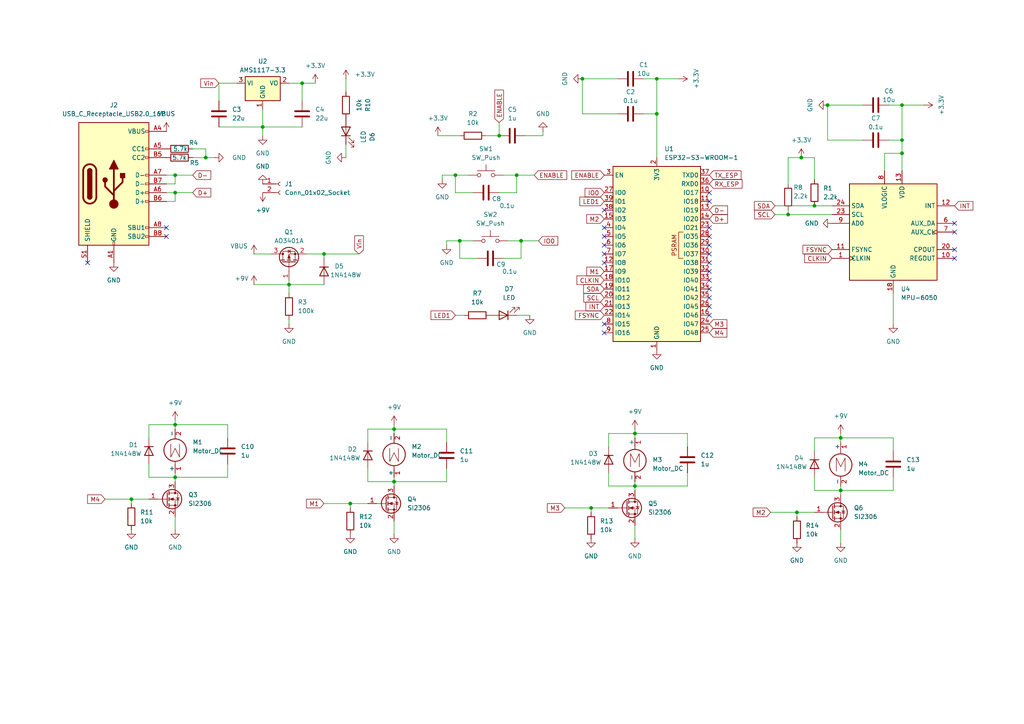
<source format=kicad_sch>
(kicad_sch (version 20231120) (generator "eeschema") (generator_version "8.0")
  (paper "A4")
  (title_block (title "\"Saucey\" Drone Flight Controller") (date "2024-07-07") (rev "1.0") (company "Al Mahir Ahmed"))
  (lib_symbols
    (symbol "Connector:Conn_01x02_Socket" (pin_names (offset 1.016) hide)
      (property "Reference" "J" (at 0 2.54 0))
      (property "Value" "Conn_01x02_Socket" (at 0 -5.08 0))
      (symbol "Conn_01x02_Socket_1_1"
        (pin passive line (at -5.08 0 0) (length 3.81) (name "Pin_1") (number "1"))
        (pin passive line (at -5.08 -2.54 0) (length 3.81) (name "Pin_2") (number "2"))
      )
    )
    (symbol "Connector:USB_C_Receptacle_USB2.0_16P" (pin_names (offset 1.016))
      (property "Reference" "J" (at 0 22.225 0))
      (property "Value" "USB_C_Receptacle_USB2.0_16P" (at 0 19.685 0))
      (symbol "USB_C_Receptacle_USB2.0_16P_1_1"
        (pin passive line (at 0 -22.86 90) (length 5.08) (name "GND") (number "A1"))
        (pin passive line (at 0 -22.86 90) (length 5.08) hide (name "GND") (number "A12"))
        (pin passive line (at 15.24 15.24 180) (length 5.08) (name "VBUS") (number "A4"))
        (pin bidirectional line (at 15.24 10.16 180) (length 5.08) (name "CC1") (number "A5"))
        (pin bidirectional line (at 15.24 -2.54 180) (length 5.08) (name "D+") (number "A6"))
        (pin bidirectional line (at 15.24 2.54 180) (length 5.08) (name "D-") (number "A7"))
        (pin bidirectional line (at 15.24 -12.7 180) (length 5.08) (name "SBU1") (number "A8"))
        (pin passive line (at 15.24 15.24 180) (length 5.08) hide (name "VBUS") (number "A9"))
        (pin passive line (at 0 -22.86 90) (length 5.08) hide (name "GND") (number "B1"))
        (pin passive line (at 0 -22.86 90) (length 5.08) hide (name "GND") (number "B12"))
        (pin passive line (at 15.24 15.24 180) (length 5.08) hide (name "VBUS") (number "B4"))
        (pin bidirectional line (at 15.24 7.62 180) (length 5.08) (name "CC2") (number "B5"))
        (pin bidirectional line (at 15.24 -5.08 180) (length 5.08) (name "D+") (number "B6"))
        (pin bidirectional line (at 15.24 0 180) (length 5.08) (name "D-") (number "B7"))
        (pin bidirectional line (at 15.24 -15.24 180) (length 5.08) (name "SBU2") (number "B8"))
        (pin passive line (at 15.24 15.24 180) (length 5.08) hide (name "VBUS") (number "B9"))
        (pin passive line (at -7.62 -22.86 90) (length 5.08) (name "SHIELD") (number "S1"))
      )
    )
    (symbol "Device:C" (pin_numbers hide) (pin_names (offset 0.254))
      (property "Reference" "C" (at 0.635 2.54 0))
      (property "Value" "C" (at 0.635 -2.54 0))
      (symbol "C_1_1"
        (pin passive line (at 0 3.81 270) (length 2.794) (name "~") (number "1"))
        (pin passive line (at 0 -3.81 90) (length 2.794) (name "~") (number "2"))
      )
    )
    (symbol "Device:LED" (pin_numbers hide) (pin_names (offset 1.016) hide)
      (property "Reference" "D" (at 0 2.54 0))
      (property "Value" "LED" (at 0 -2.54 0))
      (symbol "LED_1_1"
        (pin passive line (at -3.81 0 0) (length 2.54) (name "K") (number "1"))
        (pin passive line (at 3.81 0 180) (length 2.54) (name "A") (number "2"))
      )
    )
    (symbol "Device:R" (pin_numbers hide) (pin_names (offset 0))
      (property "Reference" "R" (at 2.032 0 90))
      (property "Value" "R" (at 0 0 90))
      (symbol "R_1_1"
        (pin passive line (at 0 3.81 270) (length 1.27) (name "~") (number "1"))
        (pin passive line (at 0 -3.81 90) (length 1.27) (name "~") (number "2"))
      )
    )
    (symbol "Diode:1N4148W" (pin_numbers hide) (pin_names hide)
      (property "Reference" "D" (at 0 2.54 0))
      (property "Value" "1N4148W" (at 0 -2.54 0))
      (symbol "1N4148W_1_1"
        (pin passive line (at -3.81 0 0) (length 2.54) (name "K") (number "1"))
        (pin passive line (at 3.81 0 180) (length 2.54) (name "A") (number "2"))
      )
    )
    (symbol "Motor:Motor_DC" (pin_names (offset 0))
      (property "Reference" "M" (at 2.54 2.54 0))
      (property "Value" "Motor_DC" (at 2.54 -5.08 0))
      (symbol "Motor_DC_1_1"
        (pin passive line (at 0 5.08 270) (length 2.54) (name "+") (number "1"))
        (pin passive line (at 0 -7.62 90) (length 2.54) (name "-") (number "2"))
      )
    )
    (symbol "RF_Module:ESP32-S3-WROOM-1"
      (property "Reference" "U" (at -12.7 26.67 0))
      (property "Value" "ESP32-S3-WROOM-1" (at 12.7 26.67 0))
      (symbol "ESP32-S3-WROOM-1_0_0"
        (text "PSRAM" (at 5.08 2.54 900) (effects (font (size 1.27 1.27))))
      )
      (symbol "ESP32-S3-WROOM-1_1_1"
        (pin power_in line (at 0 -27.94 90) (length 2.54) (name "GND") (number "1"))
        (pin bidirectional line (at 15.24 17.78 180) (length 2.54) (name "IO17") (number "10"))
        (pin bidirectional line (at 15.24 15.24 180) (length 2.54) (name "IO18") (number "11"))
        (pin bidirectional line (at -15.24 -2.54 0) (length 2.54) (name "IO8") (number "12"))
        (pin bidirectional line (at 15.24 12.7 180) (length 2.54) (name "IO19") (number "13"))
        (pin bidirectional line (at 15.24 10.16 180) (length 2.54) (name "IO20") (number "14"))
        (pin bidirectional line (at -15.24 10.16 0) (length 2.54) (name "IO3") (number "15"))
        (pin bidirectional line (at 15.24 -17.78 180) (length 2.54) (name "IO46") (number "16"))
        (pin bidirectional line (at -15.24 -5.08 0) (length 2.54) (name "IO9") (number "17"))
        (pin bidirectional line (at -15.24 -7.62 0) (length 2.54) (name "IO10") (number "18"))
        (pin bidirectional line (at -15.24 -10.16 0) (length 2.54) (name "IO11") (number "19"))
        (pin power_in line (at 0 27.94 270) (length 2.54) (name "3V3") (number "2"))
        (pin bidirectional line (at -15.24 -12.7 0) (length 2.54) (name "IO12") (number "20"))
        (pin bidirectional line (at -15.24 -15.24 0) (length 2.54) (name "IO13") (number "21"))
        (pin bidirectional line (at -15.24 -17.78 0) (length 2.54) (name "IO14") (number "22"))
        (pin bidirectional line (at 15.24 7.62 180) (length 2.54) (name "IO21") (number "23"))
        (pin bidirectional line (at 15.24 -20.32 180) (length 2.54) (name "IO47") (number "24"))
        (pin bidirectional line (at 15.24 -22.86 180) (length 2.54) (name "IO48") (number "25"))
        (pin bidirectional line (at 15.24 -15.24 180) (length 2.54) (name "IO45") (number "26"))
        (pin bidirectional line (at -15.24 17.78 0) (length 2.54) (name "IO0") (number "27"))
        (pin bidirectional line (at 15.24 5.08 180) (length 2.54) (name "IO35") (number "28"))
        (pin bidirectional line (at 15.24 2.54 180) (length 2.54) (name "IO36") (number "29"))
        (pin input line (at -15.24 22.86 0) (length 2.54) (name "EN") (number "3"))
        (pin bidirectional line (at 15.24 0 180) (length 2.54) (name "IO37") (number "30"))
        (pin bidirectional line (at 15.24 -2.54 180) (length 2.54) (name "IO38") (number "31"))
        (pin bidirectional line (at 15.24 -5.08 180) (length 2.54) (name "IO39") (number "32"))
        (pin bidirectional line (at 15.24 -7.62 180) (length 2.54) (name "IO40") (number "33"))
        (pin bidirectional line (at 15.24 -10.16 180) (length 2.54) (name "IO41") (number "34"))
        (pin bidirectional line (at 15.24 -12.7 180) (length 2.54) (name "IO42") (number "35"))
        (pin bidirectional line (at 15.24 20.32 180) (length 2.54) (name "RXD0") (number "36"))
        (pin bidirectional line (at 15.24 22.86 180) (length 2.54) (name "TXD0") (number "37"))
        (pin bidirectional line (at -15.24 12.7 0) (length 2.54) (name "IO2") (number "38"))
        (pin bidirectional line (at -15.24 15.24 0) (length 2.54) (name "IO1") (number "39"))
        (pin bidirectional line (at -15.24 7.62 0) (length 2.54) (name "IO4") (number "4"))
        (pin passive line (at 0 -27.94 90) (length 2.54) hide (name "GND") (number "40"))
        (pin passive line (at 0 -27.94 90) (length 2.54) hide (name "GND") (number "41"))
        (pin bidirectional line (at -15.24 5.08 0) (length 2.54) (name "IO5") (number "5"))
        (pin bidirectional line (at -15.24 2.54 0) (length 2.54) (name "IO6") (number "6"))
        (pin bidirectional line (at -15.24 0 0) (length 2.54) (name "IO7") (number "7"))
        (pin bidirectional line (at -15.24 -20.32 0) (length 2.54) (name "IO15") (number "8"))
        (pin bidirectional line (at -15.24 -22.86 0) (length 2.54) (name "IO16") (number "9"))
      )
    )
    (symbol "Regulator_Linear:AMS1117-3.3"
      (property "Reference" "U" (at -3.81 3.175 0))
      (property "Value" "AMS1117-3.3" (at 0 3.175 0))
      (symbol "AMS1117-3.3_1_1"
        (pin power_in line (at 0 -7.62 90) (length 2.54) (name "GND") (number "1"))
        (pin power_out line (at 7.62 0 180) (length 2.54) (name "VO") (number "2"))
        (pin power_in line (at -7.62 0 0) (length 2.54) (name "VI") (number "3"))
      )
    )
    (symbol "Sensor_Motion:MPU-6050"
      (property "Reference" "U" (at -11.43 13.97 0))
      (property "Value" "MPU-6050" (at 7.62 -15.24 0))
      (symbol "MPU-6050_0_0"
        (text "" (at 12.7 -2.54 0) (effects (font (size 1.27 1.27))))
      )
      (symbol "MPU-6050_1_1"
        (pin input clock (at -17.78 -7.62 0) (length 5.08) (name "CLKIN") (number "1"))
        (pin passive line (at 17.78 -7.62 180) (length 5.08) (name "REGOUT") (number "10"))
        (pin input line (at -17.78 -5.08 0) (length 5.08) (name "FSYNC") (number "11"))
        (pin output line (at 17.78 7.62 180) (length 5.08) (name "INT") (number "12"))
        (pin power_in line (at 2.54 17.78 270) (length 3.81) (name "VDD") (number "13"))
        (pin no_connect line (at -12.7 -10.16 0) (length 2.54) hide (name "NC") (number "14"))
        (pin no_connect line (at 12.7 12.7 180) (length 2.54) hide (name "NC") (number "15"))
        (pin no_connect line (at 12.7 10.16 180) (length 2.54) hide (name "NC") (number "16"))
        (pin no_connect line (at 12.7 5.08 180) (length 2.54) hide (name "NC") (number "17"))
        (pin power_in line (at 0 -17.78 90) (length 3.81) (name "GND") (number "18"))
        (pin no_connect line (at 12.7 -10.16 180) (length 2.54) hide (name "RESV") (number "19"))
        (pin no_connect line (at -12.7 12.7 0) (length 2.54) hide (name "NC") (number "2"))
        (pin passive line (at 17.78 -5.08 180) (length 5.08) (name "CPOUT") (number "20"))
        (pin no_connect line (at 12.7 -2.54 180) (length 2.54) hide (name "RESV") (number "21"))
        (pin no_connect line (at 12.7 -12.7 180) (length 2.54) hide (name "RESV") (number "22"))
        (pin input line (at -17.78 5.08 0) (length 5.08) (name "SCL") (number "23"))
        (pin bidirectional line (at -17.78 7.62 0) (length 5.08) (name "SDA") (number "24"))
        (pin no_connect line (at -12.7 10.16 0) (length 2.54) hide (name "NC") (number "3"))
        (pin no_connect line (at -12.7 0 0) (length 2.54) hide (name "NC") (number "4"))
        (pin no_connect line (at -12.7 -2.54 0) (length 2.54) hide (name "NC") (number "5"))
        (pin bidirectional line (at 17.78 2.54 180) (length 5.08) (name "AUX_DA") (number "6"))
        (pin output clock (at 17.78 0 180) (length 5.08) (name "AUX_CL") (number "7"))
        (pin power_in line (at -2.54 17.78 270) (length 3.81) (name "VLOGIC") (number "8"))
        (pin input line (at -17.78 2.54 0) (length 5.08) (name "AD0") (number "9"))
      )
    )
    (symbol "Switch:SW_Push" (pin_numbers hide) (pin_names (offset 1.016) hide)
      (property "Reference" "SW" (at 1.27 2.54 0))
      (property "Value" "SW_Push" (at 0 -1.524 0))
      (symbol "SW_Push_0_1"
        (pin passive line (at -5.08 0 0) (length 2.54) (name "1") (number "1"))
        (pin passive line (at 5.08 0 180) (length 2.54) (name "2") (number "2"))
      )
    )
    (symbol "Transistor_FET:2N7002K" (pin_names hide)
      (property "Reference" "Q" (at 5.08 1.905 0))
      (property "Value" "2N7002K" (at 5.08 0 0))
      (symbol "2N7002K_1_1"
        (pin input line (at -5.08 0 0) (length 2.54) (name "G") (number "1"))
        (pin passive line (at 2.54 -5.08 90) (length 2.54) (name "S") (number "2"))
        (pin passive line (at 2.54 5.08 270) (length 2.54) (name "D") (number "3"))
      )
    )
    (symbol "Transistor_FET:AO3401A" (pin_names hide)
      (property "Reference" "Q" (at 5.08 1.905 0))
      (property "Value" "AO3401A" (at 5.08 0 0))
      (symbol "AO3401A_1_1"
        (pin input line (at -5.08 0 0) (length 2.54) (name "G") (number "1"))
        (pin passive line (at 2.54 -5.08 90) (length 2.54) (name "S") (number "2"))
        (pin passive line (at 2.54 5.08 270) (length 2.54) (name "D") (number "3"))
      )
    )
    (symbol "power:+3.3V" (power) (pin_numbers hide) (pin_names (offset 0) hide)
      (property "Value" "+3.3V" (at 0 3.556 0))
      (symbol "+3.3V_1_1"
        (pin power_in line (at 0 0 90) (length 0) (name "~") (number "1"))
      )
    )
    (symbol "power:+9V" (power) (pin_numbers hide) (pin_names (offset 0) hide)
      (property "Value" "+9V" (at 0 3.556 0))
      (symbol "+9V_1_1"
        (pin power_in line (at 0 0 90) (length 0) (name "~") (number "1"))
      )
    )
    (symbol "power:GND" (power) (pin_numbers hide) (pin_names (offset 0) hide)
      (property "Value" "GND" (at 0 -3.81 0))
      (symbol "GND_1_1"
        (pin power_in line (at 0 0 270) (length 0) (name "~") (number "1"))
      )
    )
    (symbol "power:VBUS" (power) (pin_numbers hide) (pin_names (offset 0) hide)
      (property "Value" "VBUS" (at 0 3.556 0))
      (symbol "VBUS_1_1"
        (pin power_in line (at 0 0 90) (length 0) (name "~") (number "1"))
      )
    )
  )
  (junction (at 83.82 82.55))
  (junction (at 114.3 139.7))
  (junction (at 149.86 50.8))
  (junction (at 151.13 69.85))
  (junction (at 243.84 127))
  (junction (at 228.6 62.23))
  (junction (at 232.41 45.72))
  (junction (at 190.5 33.02))
  (junction (at 231.14 148.59))
  (junction (at 190.5 22.86))
  (junction (at 93.98 73.66))
  (junction (at 168.91 22.86))
  (junction (at 87.63 24.13))
  (junction (at 171.45 147.32))
  (junction (at 132.08 50.8))
  (junction (at 38.1 144.78))
  (junction (at 50.8 50.8))
  (junction (at 50.8 123.19))
  (junction (at 240.03 30.48))
  (junction (at 144.78 39.37))
  (junction (at 184.15 140.97))
  (junction (at 133.35 69.85))
  (junction (at 243.84 142.24))
  (junction (at 236.22 59.69))
  (junction (at 50.8 55.88))
  (junction (at 261.62 40.64))
  (junction (at 184.15 125.73))
  (junction (at 261.62 44.45))
  (junction (at 101.6 146.05))
  (junction (at 114.3 124.46))
  (junction (at 261.62 30.48))
  (junction (at 50.8 138.43))
  (junction (at 59.69 45.72))
  (junction (at 76.2 36.83))
  (no_connect (at 205.74 81.28))
  (no_connect (at 48.26 68.58))
  (no_connect (at 276.86 74.93))
  (no_connect (at 205.74 68.58))
  (no_connect (at 205.74 71.12))
  (no_connect (at 205.74 73.66))
  (no_connect (at 205.74 86.36))
  (no_connect (at 276.86 72.39))
  (no_connect (at 175.26 60.96))
  (no_connect (at 276.86 64.77))
  (no_connect (at 175.26 93.98))
  (no_connect (at 276.86 67.31))
  (no_connect (at 175.26 71.12))
  (no_connect (at 205.74 58.42))
  (no_connect (at 205.74 91.44))
  (no_connect (at 205.74 66.04))
  (no_connect (at 205.74 83.82))
  (no_connect (at 25.4 76.2))
  (no_connect (at 48.26 66.04))
  (no_connect (at 205.74 78.74))
  (no_connect (at 175.26 96.52))
  (no_connect (at 175.26 76.2))
  (no_connect (at 205.74 55.88))
  (no_connect (at 175.26 73.66))
  (no_connect (at 175.26 68.58))
  (no_connect (at 205.74 76.2))
  (no_connect (at 205.74 88.9))
  (no_connect (at 175.26 66.04))
  (wire (pts (xy 240.03 40.64) (xy 240.03 30.48)))
  (wire (pts (xy 176.53 125.73) (xy 184.15 125.73)))
  (wire (pts (xy 66.04 127) (xy 66.04 123.19)))
  (wire (pts (xy 257.81 40.64) (xy 261.62 40.64)))
  (wire (pts (xy 149.86 50.8) (xy 154.94 50.8)))
  (wire (pts (xy 261.62 40.64) (xy 261.62 44.45)))
  (wire (pts (xy 114.3 138.43) (xy 114.3 139.7)))
  (wire (pts (xy 132.08 91.44) (xy 134.62 91.44)))
  (wire (pts (xy 146.05 74.93) (xy 151.13 74.93)))
  (wire (pts (xy 88.9 73.66) (xy 93.98 73.66)))
  (wire (pts (xy 129.54 124.46) (xy 114.3 124.46)))
  (wire (pts (xy 66.04 138.43) (xy 50.8 138.43)))
  (wire (pts (xy 114.3 124.46) (xy 114.3 125.73)))
  (wire (pts (xy 50.8 50.8) (xy 55.88 50.8)))
  (wire (pts (xy 73.66 73.66) (xy 78.74 73.66)))
  (wire (pts (xy 163.83 147.32) (xy 171.45 147.32)))
  (wire (pts (xy 100.33 22.86) (xy 100.33 26.67)))
  (wire (pts (xy 199.39 140.97) (xy 184.15 140.97)))
  (wire (pts (xy 83.82 82.55) (xy 83.82 85.09)))
  (wire (pts (xy 236.22 45.72) (xy 232.41 45.72)))
  (wire (pts (xy 93.98 146.05) (xy 101.6 146.05)))
  (wire (pts (xy 171.45 148.59) (xy 171.45 147.32)))
  (wire (pts (xy 190.5 33.02) (xy 190.5 22.86)))
  (wire (pts (xy 228.6 45.72) (xy 232.41 45.72)))
  (wire (pts (xy 243.84 140.97) (xy 243.84 142.24)))
  (wire (pts (xy 93.98 74.93) (xy 93.98 73.66)))
  (wire (pts (xy 261.62 30.48) (xy 257.81 30.48)))
  (wire (pts (xy 93.98 73.66) (xy 104.14 73.66)))
  (wire (pts (xy 179.07 33.02) (xy 168.91 33.02)))
  (wire (pts (xy 199.39 125.73) (xy 184.15 125.73)))
  (wire (pts (xy 236.22 127) (xy 243.84 127)))
  (wire (pts (xy 48.26 58.42) (xy 50.8 58.42)))
  (wire (pts (xy 196.85 22.86) (xy 190.5 22.86)))
  (wire (pts (xy 171.45 147.32) (xy 176.53 147.32)))
  (wire (pts (xy 259.08 85.09) (xy 259.08 93.98)))
  (wire (pts (xy 114.3 151.13) (xy 114.3 154.94)))
  (wire (pts (xy 101.6 146.05) (xy 106.68 146.05)))
  (wire (pts (xy 48.26 55.88) (xy 50.8 55.88)))
  (wire (pts (xy 228.6 60.96) (xy 228.6 62.23)))
  (wire (pts (xy 137.16 55.88) (xy 132.08 55.88)))
  (wire (pts (xy 106.68 128.27) (xy 106.68 124.46)))
  (wire (pts (xy 133.35 69.85) (xy 137.16 69.85)))
  (wire (pts (xy 259.08 130.81) (xy 259.08 127)))
  (wire (pts (xy 43.18 134.62) (xy 43.18 138.43)))
  (wire (pts (xy 151.13 69.85) (xy 156.21 69.85)))
  (wire (pts (xy 138.43 74.93) (xy 133.35 74.93)))
  (wire (pts (xy 83.82 82.55) (xy 83.82 81.28)))
  (wire (pts (xy 243.84 127) (xy 243.84 128.27)))
  (wire (pts (xy 59.69 43.18) (xy 59.69 45.72)))
  (wire (pts (xy 190.5 33.02) (xy 190.5 45.72)))
  (wire (pts (xy 76.2 31.75) (xy 76.2 36.83)))
  (wire (pts (xy 223.52 148.59) (xy 231.14 148.59)))
  (wire (pts (xy 157.48 39.37) (xy 157.48 38.1)))
  (wire (pts (xy 250.19 40.64) (xy 240.03 40.64)))
  (wire (pts (xy 38.1 144.78) (xy 43.18 144.78)))
  (wire (pts (xy 168.91 33.02) (xy 168.91 22.86)))
  (wire (pts (xy 76.2 36.83) (xy 87.63 36.83)))
  (wire (pts (xy 168.91 22.86) (xy 179.07 22.86)))
  (wire (pts (xy 50.8 53.34) (xy 50.8 50.8)))
  (wire (pts (xy 176.53 129.54) (xy 176.53 125.73)))
  (wire (pts (xy 228.6 45.72) (xy 228.6 53.34)))
  (wire (pts (xy 63.5 36.83) (xy 76.2 36.83)))
  (wire (pts (xy 259.08 142.24) (xy 243.84 142.24)))
  (wire (pts (xy 184.15 124.46) (xy 184.15 125.73)))
  (wire (pts (xy 236.22 59.69) (xy 241.3 59.69)))
  (wire (pts (xy 59.69 45.72) (xy 62.23 45.72)))
  (wire (pts (xy 30.48 144.78) (xy 38.1 144.78)))
  (wire (pts (xy 184.15 140.97) (xy 184.15 142.24)))
  (wire (pts (xy 128.27 52.07) (xy 128.27 50.8)))
  (wire (pts (xy 259.08 138.43) (xy 259.08 142.24)))
  (wire (pts (xy 50.8 138.43) (xy 50.8 139.7)))
  (wire (pts (xy 231.14 149.86) (xy 231.14 148.59)))
  (wire (pts (xy 106.68 139.7) (xy 114.3 139.7)))
  (wire (pts (xy 43.18 127) (xy 43.18 123.19)))
  (wire (pts (xy 243.84 142.24) (xy 243.84 143.51)))
  (wire (pts (xy 144.78 39.37) (xy 144.78 35.56)))
  (wire (pts (xy 151.13 69.85) (xy 151.13 74.93)))
  (wire (pts (xy 129.54 71.12) (xy 129.54 69.85)))
  (wire (pts (xy 73.66 82.55) (xy 83.82 82.55)))
  (wire (pts (xy 132.08 55.88) (xy 132.08 50.8)))
  (wire (pts (xy 224.79 59.69) (xy 236.22 59.69)))
  (wire (pts (xy 63.5 24.13) (xy 68.58 24.13)))
  (wire (pts (xy 236.22 52.07) (xy 236.22 45.72)))
  (wire (pts (xy 256.54 44.45) (xy 256.54 49.53)))
  (wire (pts (xy 236.22 142.24) (xy 243.84 142.24)))
  (wire (pts (xy 43.18 138.43) (xy 50.8 138.43)))
  (wire (pts (xy 243.84 127) (xy 243.84 125.73)))
  (wire (pts (xy 149.86 50.8) (xy 149.86 55.88)))
  (wire (pts (xy 128.27 50.8) (xy 132.08 50.8)))
  (wire (pts (xy 129.54 69.85) (xy 133.35 69.85)))
  (wire (pts (xy 184.15 152.4) (xy 184.15 156.21)))
  (wire (pts (xy 151.13 69.85) (xy 147.32 69.85)))
  (wire (pts (xy 261.62 40.64) (xy 261.62 30.48)))
  (wire (pts (xy 50.8 123.19) (xy 50.8 121.92)))
  (wire (pts (xy 48.26 53.34) (xy 50.8 53.34)))
  (wire (pts (xy 184.15 139.7) (xy 184.15 140.97)))
  (wire (pts (xy 38.1 146.05) (xy 38.1 144.78)))
  (wire (pts (xy 243.84 153.67) (xy 243.84 157.48)))
  (wire (pts (xy 50.8 137.16) (xy 50.8 138.43)))
  (wire (pts (xy 63.5 24.13) (xy 63.5 29.21)))
  (wire (pts (xy 114.3 124.46) (xy 114.3 123.19)))
  (wire (pts (xy 83.82 82.55) (xy 93.98 82.55)))
  (wire (pts (xy 76.2 36.83) (xy 76.2 39.37)))
  (wire (pts (xy 50.8 55.88) (xy 55.88 55.88)))
  (wire (pts (xy 240.03 30.48) (xy 250.19 30.48)))
  (wire (pts (xy 66.04 123.19) (xy 50.8 123.19)))
  (wire (pts (xy 114.3 139.7) (xy 114.3 140.97)))
  (wire (pts (xy 43.18 123.19) (xy 50.8 123.19)))
  (wire (pts (xy 55.88 43.18) (xy 59.69 43.18)))
  (wire (pts (xy 101.6 147.32) (xy 101.6 146.05)))
  (wire (pts (xy 66.04 134.62) (xy 66.04 138.43)))
  (wire (pts (xy 83.82 24.13) (xy 87.63 24.13)))
  (wire (pts (xy 50.8 124.46) (xy 50.8 123.19)))
  (wire (pts (xy 176.53 140.97) (xy 184.15 140.97)))
  (wire (pts (xy 199.39 137.16) (xy 199.39 140.97)))
  (wire (pts (xy 100.33 41.91) (xy 100.33 45.72)))
  (wire (pts (xy 224.79 62.23) (xy 228.6 62.23)))
  (wire (pts (xy 106.68 124.46) (xy 114.3 124.46)))
  (wire (pts (xy 149.86 50.8) (xy 146.05 50.8)))
  (wire (pts (xy 259.08 127) (xy 243.84 127)))
  (wire (pts (xy 256.54 44.45) (xy 261.62 44.45)))
  (wire (pts (xy 267.97 30.48) (xy 261.62 30.48)))
  (wire (pts (xy 129.54 139.7) (xy 114.3 139.7)))
  (wire (pts (xy 50.8 149.86) (xy 50.8 153.67)))
  (wire (pts (xy 144.78 55.88) (xy 149.86 55.88)))
  (wire (pts (xy 127 39.37) (xy 133.35 39.37)))
  (wire (pts (xy 133.35 74.93) (xy 133.35 69.85)))
  (wire (pts (xy 87.63 24.13) (xy 87.63 29.21)))
  (wire (pts (xy 228.6 62.23) (xy 241.3 62.23)))
  (wire (pts (xy 236.22 138.43) (xy 236.22 142.24)))
  (wire (pts (xy 236.22 130.81) (xy 236.22 127)))
  (wire (pts (xy 176.53 137.16) (xy 176.53 140.97)))
  (wire (pts (xy 83.82 92.71) (xy 83.82 93.98)))
  (wire (pts (xy 91.44 24.13) (xy 87.63 24.13)))
  (wire (pts (xy 186.69 33.02) (xy 190.5 33.02)))
  (wire (pts (xy 55.88 45.72) (xy 59.69 45.72)))
  (wire (pts (xy 144.78 39.37) (xy 140.97 39.37)))
  (wire (pts (xy 149.86 91.44) (xy 153.67 91.44)))
  (wire (pts (xy 106.68 135.89) (xy 106.68 139.7)))
  (wire (pts (xy 50.8 58.42) (xy 50.8 55.88)))
  (wire (pts (xy 152.4 39.37) (xy 157.48 39.37)))
  (wire (pts (xy 129.54 128.27) (xy 129.54 124.46)))
  (wire (pts (xy 129.54 135.89) (xy 129.54 139.7)))
  (wire (pts (xy 48.26 50.8) (xy 50.8 50.8)))
  (wire (pts (xy 190.5 22.86) (xy 186.69 22.86)))
  (wire (pts (xy 184.15 125.73) (xy 184.15 127)))
  (wire (pts (xy 231.14 148.59) (xy 236.22 148.59)))
  (wire (pts (xy 261.62 44.45) (xy 261.62 49.53)))
  (wire (pts (xy 132.08 50.8) (xy 135.89 50.8)))
  (wire (pts (xy 199.39 129.54) (xy 199.39 125.73)))
  (global_label "TX_ESP" (shape input) (at 205.74 50.8 0) (property "Intersheetrefs" "${INTERSHEET_REFS}" (effects (hide yes))))
  (global_label "D+" (shape input) (at 55.88 55.88 0) (property "Intersheetrefs" "${INTERSHEET_REFS}" (effects (hide yes))))
  (global_label "IO0" (shape input) (at 156.21 69.85 0) (property "Intersheetrefs" "${INTERSHEET_REFS}" (effects (hide yes))))
  (global_label "M4" (shape input) (at 30.48 144.78 180) (property "Intersheetrefs" "${INTERSHEET_REFS}" (effects (hide yes))))
  (global_label "SCL" (shape input) (at 224.79 62.23 180) (property "Intersheetrefs" "${INTERSHEET_REFS}" (effects (hide yes))))
  (global_label "CLKIN" (shape input) (at 241.3 74.93 180) (property "Intersheetrefs" "${INTERSHEET_REFS}" (effects (hide yes))))
  (global_label "Vin" (shape input) (at 104.14 73.66 90) (property "Intersheetrefs" "${INTERSHEET_REFS}" (effects (hide yes))))
  (global_label "INT" (shape input) (at 276.86 59.69 0) (property "Intersheetrefs" "${INTERSHEET_REFS}" (effects (hide yes))))
  (global_label "FSYNC" (shape input) (at 175.26 91.44 180) (property "Intersheetrefs" "${INTERSHEET_REFS}" (effects (hide yes))))
  (global_label "M3" (shape input) (at 205.74 93.98 0) (property "Intersheetrefs" "${INTERSHEET_REFS}" (effects (hide yes))))
  (global_label "M3" (shape input) (at 163.83 147.32 180) (property "Intersheetrefs" "${INTERSHEET_REFS}" (effects (hide yes))))
  (global_label "M1" (shape input) (at 93.98 146.05 180) (property "Intersheetrefs" "${INTERSHEET_REFS}" (effects (hide yes))))
  (global_label "CLKIN" (shape input) (at 175.26 81.28 180) (property "Intersheetrefs" "${INTERSHEET_REFS}" (effects (hide yes))))
  (global_label "IO0" (shape input) (at 175.26 55.88 180) (property "Intersheetrefs" "${INTERSHEET_REFS}" (effects (hide yes))))
  (global_label "M4" (shape input) (at 205.74 96.52 0) (property "Intersheetrefs" "${INTERSHEET_REFS}" (effects (hide yes))))
  (global_label "M2" (shape input) (at 223.52 148.59 180) (property "Intersheetrefs" "${INTERSHEET_REFS}" (effects (hide yes))))
  (global_label "SCL" (shape input) (at 175.26 86.36 180) (property "Intersheetrefs" "${INTERSHEET_REFS}" (effects (hide yes))))
  (global_label "SDA" (shape input) (at 175.26 83.82 180) (property "Intersheetrefs" "${INTERSHEET_REFS}" (effects (hide yes))))
  (global_label "D-" (shape input) (at 205.74 60.96 0) (property "Intersheetrefs" "${INTERSHEET_REFS}" (effects (hide yes))))
  (global_label "M2" (shape input) (at 175.26 63.5 180) (property "Intersheetrefs" "${INTERSHEET_REFS}" (effects (hide yes))))
  (global_label "SDA" (shape input) (at 224.79 59.69 180) (property "Intersheetrefs" "${INTERSHEET_REFS}" (effects (hide yes))))
  (global_label "ENABLE" (shape input) (at 154.94 50.8 0) (property "Intersheetrefs" "${INTERSHEET_REFS}" (effects (hide yes))))
  (global_label "M1" (shape input) (at 175.26 78.74 180) (property "Intersheetrefs" "${INTERSHEET_REFS}" (effects (hide yes))))
  (global_label "FSYNC" (shape input) (at 241.3 72.39 180) (property "Intersheetrefs" "${INTERSHEET_REFS}" (effects (hide yes))))
  (global_label "D+" (shape input) (at 205.74 63.5 0) (property "Intersheetrefs" "${INTERSHEET_REFS}" (effects (hide yes))))
  (global_label "RX_ESP" (shape input) (at 205.74 53.34 0) (property "Intersheetrefs" "${INTERSHEET_REFS}" (effects (hide yes))))
  (global_label "ENABLE" (shape input) (at 144.78 35.56 90) (property "Intersheetrefs" "${INTERSHEET_REFS}" (effects (hide yes))))
  (global_label "Vin" (shape input) (at 63.5 24.13 180) (property "Intersheetrefs" "${INTERSHEET_REFS}" (effects (hide yes))))
  (global_label "INT" (shape input) (at 175.26 88.9 180) (property "Intersheetrefs" "${INTERSHEET_REFS}" (effects (hide yes))))
  (global_label "ENABLE" (shape input) (at 175.26 50.8 180) (property "Intersheetrefs" "${INTERSHEET_REFS}" (effects (hide yes))))
  (global_label "LED1" (shape input) (at 132.08 91.44 180) (property "Intersheetrefs" "${INTERSHEET_REFS}" (effects (hide yes))))
  (global_label "D-" (shape input) (at 55.88 50.8 0) (property "Intersheetrefs" "${INTERSHEET_REFS}" (effects (hide yes))))
  (global_label "LED1" (shape input) (at 175.26 58.42 180) (property "Intersheetrefs" "${INTERSHEET_REFS}" (effects (hide yes))))
  (symbol (lib_id "Device:C") (at 63.5 33.02 0) (unit 1)
    (property "Reference" "C3" (at 67.31 31.7499 0) (effects (justify left)))
    (property "Value" "22u" (at 67.31 34.2899 0) (effects (justify left)))
    (property "Footprint" "Capacitor_SMD:C_1210_3225Metric" (effects (hide yes)))
    (property "Description" "Unpolarized capacitor" (effects (hide yes)))
    (property "Type" "SMD" (effects (hide yes)))
  )
  (symbol (lib_id "Device:C") (at 199.39 133.35 0) (unit 1)
    (property "Reference" "C12" (at 203.2 132.0799 0) (effects (justify left)))
    (property "Value" "1u" (at 203.2 134.6199 0) (effects (justify left)))
    (property "Footprint" "Capacitor_SMD:C_0402_1005Metric" (effects (hide yes)))
    (property "Description" "Unpolarized capacitor" (effects (hide yes)))
    (property "Type" "SMD" (effects (hide yes)))
  )
  (symbol (lib_id "power:+3.3V") (at 127 39.37 0) (unit 1)
    (property "Reference" "#PWR021" (effects (hide yes)))
    (property "Value" "+3.3V" (at 127 34.29 0))
    (property "Description" "Power symbol creates a global label with name \"+3.3V\"" (effects (hide yes)))
  )
  (symbol (lib_id "Device:C") (at 182.88 33.02 270) (unit 1)
    (property "Reference" "C2" (at 182.88 26.67 90))
    (property "Value" "0.1u" (at 182.88 29.21 90))
    (property "Footprint" "Capacitor_SMD:C_0603_1608Metric" (effects (hide yes)))
    (property "Description" "Unpolarized capacitor" (effects (hide yes)))
    (property "Type" "SMD" (effects (hide yes)))
  )
  (symbol (lib_id "Device:R") (at 100.33 30.48 180) (unit 1)
    (property "Reference" "R10" (at 106.68 30.48 90))
    (property "Value" "10k" (at 104.14 30.48 90))
    (property "Footprint" "Resistor_SMD:R_0805_2012Metric" (effects (hide yes)))
    (property "Description" "Resistor" (effects (hide yes)))
    (property "Type" "SMD" (effects (hide yes)))
  )
  (symbol (lib_id "power:+9V") (at 243.84 125.73 0) (unit 1)
    (property "Reference" "#PWR031" (effects (hide yes)))
    (property "Value" "+9V" (at 243.84 120.65 0))
    (property "Description" "Power symbol creates a global label with name \"+9V\"" (effects (hide yes)))
  )
  (symbol (lib_id "Device:C") (at 129.54 132.08 0) (unit 1)
    (property "Reference" "C11" (at 133.35 130.8099 0) (effects (justify left)))
    (property "Value" "1u" (at 133.35 133.3499 0) (effects (justify left)))
    (property "Footprint" "Capacitor_SMD:C_0402_1005Metric" (effects (hide yes)))
    (property "Description" "Unpolarized capacitor" (effects (hide yes)))
    (property "Type" "SMD" (effects (hide yes)))
  )
  (symbol (lib_id "power:+3.3V") (at 267.97 30.48 270) (unit 1)
    (property "Reference" "#PWR010" (effects (hide yes)))
    (property "Value" "+3.3V" (at 273.05 30.48 0))
    (property "Description" "Power symbol creates a global label with name \"+3.3V\"" (effects (hide yes)))
  )
  (symbol (lib_id "power:GND") (at 128.27 52.07 0) (unit 1)
    (property "Reference" "#PWR017" (effects (hide yes)))
    (property "Value" "GND" (at 128.27 57.15 0))
    (property "Description" "Power symbol creates a global label with name \"GND\" , ground" (effects (hide yes)))
  )
  (symbol (lib_id "Device:R") (at 101.6 151.13 180) (unit 1)
    (property "Reference" "R12" (at 104.14 149.8599 0) (effects (justify right)))
    (property "Value" "10k" (at 104.14 152.3999 0) (effects (justify right)))
    (property "Footprint" "Resistor_SMD:R_0805_2012Metric" (effects (hide yes)))
    (property "Description" "Resistor" (effects (hide yes)))
    (property "Type" "SMD" (effects (hide yes)))
  )
  (symbol (lib_id "power:+3.3V") (at 100.33 22.86 0) (unit 1)
    (property "Reference" "#PWR040" (effects (hide yes)))
    (property "Value" "+3.3V" (at 102.87 21.5899 0) (effects (justify left)))
    (property "Description" "Power symbol creates a global label with name \"+3.3V\"" (effects (hide yes)))
  )
  (symbol (lib_id "power:GND") (at 114.3 154.94 0) (unit 1)
    (property "Reference" "#PWR026" (effects (hide yes)))
    (property "Value" "GND" (at 114.3 160.02 0))
    (property "Description" "Power symbol creates a global label with name \"GND\" , ground" (effects (hide yes)))
  )
  (symbol (lib_id "power:+9V") (at 50.8 121.92 0) (unit 1)
    (property "Reference" "#PWR034" (effects (hide yes)))
    (property "Value" "+9V" (at 50.8 116.84 0))
    (property "Description" "Power symbol creates a global label with name \"+9V\"" (effects (hide yes)))
  )
  (symbol (lib_id "Motor:Motor_DC") (at 243.84 133.35 0) (unit 1)
    (property "Reference" "M4" (at 248.92 134.6199 0) (effects (justify left)))
    (property "Value" "Motor_DC" (at 248.92 137.1599 0) (effects (justify left)))
    (property "Footprint" "Connector_JST:JST_XH_S2B-XH-A_1x02_P2.50mm_Horizontal" (effects (hide yes)))
    (property "Description" "JST connectors" (effects (hide yes)))
    (property "Type" "Through-hole" (effects (hide yes)))
  )
  (symbol (lib_id "power:GND") (at 100.33 45.72 270) (unit 1)
    (property "Reference" "#PWR038" (effects (hide yes)))
    (property "Value" "GND" (at 95.25 45.72 0))
    (property "Description" "Power symbol creates a global label with name \"GND\" , ground" (effects (hide yes)))
  )
  (symbol (lib_id "power:GND") (at 168.91 22.86 270) (unit 1)
    (property "Reference" "#PWR02" (effects (hide yes)))
    (property "Value" "GND" (at 163.83 22.86 0))
    (property "Description" "Power symbol creates a global label with name \"GND\" , ground" (effects (hide yes)))
  )
  (symbol (lib_id "Device:C") (at 66.04 130.81 0) (unit 1)
    (property "Reference" "C10" (at 69.85 129.5399 0) (effects (justify left)))
    (property "Value" "1u" (at 69.85 132.0799 0) (effects (justify left)))
    (property "Footprint" "Capacitor_SMD:C_0402_1005Metric" (effects (hide yes)))
    (property "Description" "Unpolarized capacitor" (effects (hide yes)))
    (property "Type" "SMD" (effects (hide yes)))
  )
  (symbol (lib_id "Device:R") (at 228.6 57.15 0) (unit 1)
    (property "Reference" "R8" (at 230.124 54.356 0) (effects (justify left)))
    (property "Value" "2.2k" (at 230.124 56.896 0) (effects (justify left)))
    (property "Footprint" "Resistor_SMD:R_0805_2012Metric" (effects (hide yes)))
    (property "Description" "Resistor" (effects (hide yes)))
    (property "Type" "SMD" (effects (hide yes)))
  )
  (symbol (lib_id "Transistor_FET:2N7002K") (at 48.26 144.78 0) (unit 1)
    (property "Reference" "Q3" (at 54.61 143.5099 0) (effects (justify left)))
    (property "Value" "SI2306" (at 54.61 146.0499 0) (effects (justify left)))
    (property "Footprint" "Package_TO_SOT_SMD:SOT-23" (effects (hide yes)))
    (property "Datasheet" "https://www.mccsemi.com/pdf/Products/SI2306(SOT-23).pdf" (effects (hide yes)))
    (property "Description" "0.38A Id, 60V Vds, N-Channel MOSFET, SOT-23" (effects (hide yes)))
    (property "Type" "SMD" (effects (hide yes)))
  )
  (symbol (lib_id "power:+3.3V") (at 91.44 24.13 0) (unit 1)
    (property "Reference" "#PWR04" (effects (hide yes)))
    (property "Value" "+3.3V" (at 91.44 19.05 0))
    (property "Description" "Power symbol creates a global label with name \"+3.3V\"" (effects (hide yes)))
  )
  (symbol (lib_id "Device:R") (at 138.43 91.44 270) (unit 1)
    (property "Reference" "R7" (at 138.43 85.09 90))
    (property "Value" "10k" (at 138.43 87.63 90))
    (property "Footprint" "Resistor_SMD:R_0805_2012Metric" (effects (hide yes)))
    (property "Description" "Resistor" (effects (hide yes)))
    (property "Type" "SMD" (effects (hide yes)))
  )
  (symbol (lib_id "Device:R") (at 171.45 152.4 180) (unit 1)
    (property "Reference" "R13" (at 173.99 151.1299 0) (effects (justify right)))
    (property "Value" "10k" (at 173.99 153.6699 0) (effects (justify right)))
    (property "Footprint" "Resistor_SMD:R_0805_2012Metric" (effects (hide yes)))
    (property "Description" "Resistor" (effects (hide yes)))
    (property "Type" "SMD" (effects (hide yes)))
  )
  (symbol (lib_id "Device:C") (at 142.24 74.93 270) (unit 1)
    (property "Reference" "C9" (at 145.288 76.708 90))
    (property "Value" "0.1u" (at 147.828 78.74 90))
    (property "Footprint" "Capacitor_SMD:C_0603_1608Metric" (effects (hide yes)))
    (property "Description" "Unpolarized capacitor" (effects (hide yes)))
    (property "Type" "SMD" (effects (hide yes)))
  )
  (symbol (lib_id "Device:C") (at 259.08 134.62 0) (unit 1)
    (property "Reference" "C13" (at 262.89 133.3499 0) (effects (justify left)))
    (property "Value" "1u" (at 262.89 135.8899 0) (effects (justify left)))
    (property "Footprint" "Capacitor_SMD:C_0402_1005Metric" (effects (hide yes)))
    (property "Description" "Unpolarized capacitor" (effects (hide yes)))
    (property "Type" "SMD" (effects (hide yes)))
  )
  (symbol (lib_id "Diode:1N4148W") (at 43.18 130.81 270) (unit 1)
    (property "Reference" "D1" (at 37.338 129.032 90) (effects (justify left)))
    (property "Value" "1N4148W" (at 32.004 131.572 90) (effects (justify left)))
    (property "Footprint" "Diode_SMD:D_SOD-123" (effects (hide yes)))
    (property "Datasheet" "https://www.vishay.com/docs/85748/1n4148w.pdf" (effects (hide yes)))
    (property "Description" "75V 0.15A Fast Switching Diode, SOD-123" (effects (hide yes)))
    (property "Sim.Device" "D" (effects (hide yes)))
    (property "Sim.Pins" "1=K 2=A" (effects (hide yes)))
    (property "Type" "SMD" (effects (hide yes)))
  )
  (symbol (lib_id "power:GND") (at 231.14 157.48 0) (unit 1)
    (property "Reference" "#PWR030" (effects (hide yes)))
    (property "Value" "GND" (at 231.14 162.56 0))
    (property "Description" "Power symbol creates a global label with name \"GND\" , ground" (effects (hide yes)))
  )
  (symbol (lib_id "Sensor_Motion:MPU-6050") (at 259.08 67.31 0) (unit 1)
    (property "Reference" "U4" (at 261.2741 83.82 0) (effects (justify left)))
    (property "Value" "MPU-6050" (at 261.2741 86.36 0) (effects (justify left)))
    (property "Footprint" "Sensor_Motion:InvenSense_QFN-24_4x4mm_P0.5mm" (effects (hide yes)))
    (property "Datasheet" "https://invensense.tdk.com/wp-content/uploads/2015/02/MPU-6000-Datasheet1.pdf" (effects (hide yes)))
    (property "Description" "InvenSense 6-Axis Motion Sensor, Gyroscope, Accelerometer, I2C" (effects (hide yes)))
  )
  (symbol (lib_id "power:+9V") (at 114.3 123.19 0) (unit 1)
    (property "Reference" "#PWR025" (effects (hide yes)))
    (property "Value" "+9V" (at 114.3 118.11 0))
    (property "Description" "Power symbol creates a global label with name \"+9V\"" (effects (hide yes)))
  )
  (symbol (lib_id "Device:C") (at 148.59 39.37 270) (unit 1)
    (property "Reference" "C5" (at 148.59 31.75 90))
    (property "Value" "1u" (at 148.59 34.29 90))
    (property "Footprint" "Capacitor_SMD:C_0402_1005Metric" (effects (hide yes)))
    (property "Description" "Unpolarized capacitor" (effects (hide yes)))
    (property "Type" "SMD" (effects (hide yes)))
  )
  (symbol (lib_id "Motor:Motor_DC") (at 114.3 133.35 180) (unit 1)
    (property "Reference" "M2" (at 119.38 129.5399 0) (effects (justify right)))
    (property "Value" "Motor_DC" (at 119.38 132.0799 0) (effects (justify right)))
    (property "Footprint" "Connector_JST:JST_XH_S2B-XH-A_1x02_P2.50mm_Horizontal" (effects (hide yes)))
    (property "Description" "JST connectors" (effects (hide yes)))
    (property "Type" "Through-hole" (effects (hide yes)))
  )
  (symbol (lib_id "Device:LED") (at 100.33 38.1 90) (unit 1)
    (property "Reference" "D6" (at 107.95 39.6875 0))
    (property "Value" "LED" (at 105.41 39.6875 0))
    (property "Footprint" "LED_SMD:LED_0805_2012Metric_Pad1.15x1.40mm_HandSolder" (effects (hide yes)))
    (property "Description" "Light emitting diode" (effects (hide yes)))
    (property "Type" "SMD" (effects (hide yes)))
  )
  (symbol (lib_id "power:GND") (at 62.23 45.72 90) (unit 1)
    (property "Reference" "#PWR023" (effects (hide yes)))
    (property "Value" "GND" (at 67.31 45.7199 90) (effects (justify right)))
    (property "Description" "Power symbol creates a global label with name \"GND\" , ground" (effects (hide yes)))
  )
  (symbol (lib_id "power:VBUS") (at 48.26 38.1 0) (unit 1)
    (property "Reference" "#PWR07" (effects (hide yes)))
    (property "Value" "VBUS" (at 48.26 33.02 0))
    (property "Description" "Power symbol creates a global label with name \"VBUS\"" (effects (hide yes)))
  )
  (symbol (lib_id "Device:R") (at 137.16 39.37 90) (unit 1)
    (property "Reference" "R2" (at 137.16 33.02 90))
    (property "Value" "10k" (at 137.16 35.56 90))
    (property "Footprint" "Resistor_SMD:R_0805_2012Metric" (effects (hide yes)))
    (property "Description" "Resistor" (effects (hide yes)))
    (property "Type" "SMD" (effects (hide yes)))
  )
  (symbol (lib_id "Transistor_FET:2N7002K") (at 181.61 147.32 0) (unit 1)
    (property "Reference" "Q5" (at 187.96 146.0499 0) (effects (justify left)))
    (property "Value" "SI2306" (at 187.96 148.5899 0) (effects (justify left)))
    (property "Footprint" "Package_TO_SOT_SMD:SOT-23" (effects (hide yes)))
    (property "Datasheet" "https://www.mccsemi.com/pdf/Products/SI2306(SOT-23).pdf" (effects (hide yes)))
    (property "Description" "0.38A Id, 60V Vds, N-Channel MOSFET, SOT-23" (effects (hide yes)))
    (property "Type" "SMD" (effects (hide yes)))
  )
  (symbol (lib_id "Device:R") (at 236.22 55.88 0) (unit 1)
    (property "Reference" "R1" (at 238.76 54.6099 0) (effects (justify left)))
    (property "Value" "2.2k" (at 238.76 57.1499 0) (effects (justify left)))
    (property "Footprint" "Resistor_SMD:R_0805_2012Metric" (effects (hide yes)))
    (property "Description" "Resistor" (effects (hide yes)))
    (property "Type" "SMD" (effects (hide yes)))
  )
  (symbol (lib_id "power:GND") (at 38.1 153.67 0) (unit 1)
    (property "Reference" "#PWR033" (effects (hide yes)))
    (property "Value" "GND" (at 38.1 158.75 0))
    (property "Description" "Power symbol creates a global label with name \"GND\" , ground" (effects (hide yes)))
  )
  (symbol (lib_id "power:GND") (at 76.2 53.34 0) (mirror x) (unit 1)
    (property "Reference" "#PWR042" (effects (hide yes)))
    (property "Value" "GND" (at 76.2 48.26 0))
    (property "Description" "Power symbol creates a global label with name \"GND\" , ground" (effects (hide yes)))
  )
  (symbol (lib_id "Device:C") (at 140.97 55.88 270) (unit 1)
    (property "Reference" "C8" (at 144.018 57.658 90))
    (property "Value" "0.1u" (at 147.066 59.69 90))
    (property "Footprint" "Capacitor_SMD:C_0603_1608Metric" (effects (hide yes)))
    (property "Description" "Unpolarized capacitor" (effects (hide yes)))
    (property "Type" "SMD" (effects (hide yes)))
  )
  (symbol (lib_id "Diode:1N4148W") (at 106.68 132.08 270) (unit 1)
    (property "Reference" "D2" (at 100.838 130.302 90) (effects (justify left)))
    (property "Value" "1N4148W" (at 95.504 132.842 90) (effects (justify left)))
    (property "Footprint" "Diode_SMD:D_SOD-123" (effects (hide yes)))
    (property "Datasheet" "https://www.vishay.com/docs/85748/1n4148w.pdf" (effects (hide yes)))
    (property "Description" "75V 0.15A Fast Switching Diode, SOD-123" (effects (hide yes)))
    (property "Sim.Device" "D" (effects (hide yes)))
    (property "Sim.Pins" "1=K 2=A" (effects (hide yes)))
    (property "Type" "SMD" (effects (hide yes)))
  )
  (symbol (lib_id "Transistor_FET:AO3401A") (at 83.82 76.2 90) (unit 1)
    (property "Reference" "Q1" (at 83.82 67.31 90))
    (property "Value" "AO3401A" (at 83.82 69.85 90))
    (property "Footprint" "Package_TO_SOT_SMD:SOT-23" (effects (hide yes)))
    (property "Datasheet" "http://www.aosmd.com/pdfs/datasheet/AO3401A.pdf" (effects (hide yes)))
    (property "Description" "-4.0A Id, -30V Vds, P-Channel MOSFET, SOT-23" (effects (hide yes)))
  )
  (symbol (lib_id "Connector:Conn_01x02_Socket") (at 81.28 53.34 0) (unit 1)
    (property "Reference" "J1" (at 82.55 53.3399 0) (effects (justify left)))
    (property "Value" "Conn_01x02_Socket" (at 82.55 55.8799 0) (effects (justify left)))
    (property "Footprint" "Connector_JST:JST_XH_S2B-XH-A_1x02_P2.50mm_Horizontal" (effects (hide yes)))
    (property "Description" "Generic connector, single row, 01x02, script generated" (effects (hide yes)))
    (property "Type" "Through-hole" (effects (hide yes)))
  )
  (symbol (lib_id "RF_Module:ESP32-S3-WROOM-1") (at 190.5 73.66 0) (unit 1)
    (property "Reference" "U1" (at 192.6941 43.18 0) (effects (justify left)))
    (property "Value" "ESP32-S3-WROOM-1" (at 192.6941 45.72 0) (effects (justify left)))
    (property "Footprint" "RF_Module:ESP32-S3-WROOM-1" (effects (hide yes)))
    (property "Datasheet" "https://www.espressif.com/sites/default/files/documentation/esp32-s3-wroom-1_wroom-1u_datasheet_en.pdf" (effects (hide yes)))
    (property "Description" "RF Module, ESP32-S3 SoC, Wi-Fi 802.11b/g/n, Bluetooth, BLE, 32-bit, 3.3V, onboard antenna, SMD" (effects (hide yes)))
    (property "Type" "SMD" (effects (hide yes)))
  )
  (symbol (lib_id "Device:R") (at 38.1 149.86 180) (unit 1)
    (property "Reference" "R11" (at 40.64 148.5899 0) (effects (justify right)))
    (property "Value" "10k" (at 40.64 151.1299 0) (effects (justify right)))
    (property "Footprint" "Resistor_SMD:R_0805_2012Metric" (effects (hide yes)))
    (property "Description" "Resistor" (effects (hide yes)))
    (property "Type" "SMD" (effects (hide yes)))
  )
  (symbol (lib_id "Motor:Motor_DC") (at 50.8 132.08 180) (unit 1)
    (property "Reference" "M1" (at 55.88 128.2699 0) (effects (justify right)))
    (property "Value" "Motor_DC" (at 55.88 130.8099 0) (effects (justify right)))
    (property "Footprint" "Connector_JST:JST_XH_S2B-XH-A_1x02_P2.50mm_Horizontal" (effects (hide yes)))
    (property "Description" "JST connectors" (effects (hide yes)))
    (property "Type" "Through-hole" (effects (hide yes)))
  )
  (symbol (lib_id "power:GND") (at 33.02 76.2 0) (unit 1)
    (property "Reference" "#PWR015" (effects (hide yes)))
    (property "Value" "GND" (at 33.02 81.28 0))
    (property "Description" "Power symbol creates a global label with name \"GND\" , ground" (effects (hide yes)))
  )
  (symbol (lib_id "Device:LED") (at 146.05 91.44 180) (unit 1)
    (property "Reference" "D7" (at 147.6375 83.82 0))
    (property "Value" "LED" (at 147.6375 86.36 0))
    (property "Footprint" "LED_SMD:LED_0805_2012Metric_Pad1.15x1.40mm_HandSolder" (effects (hide yes)))
    (property "Description" "Light emitting diode" (effects (hide yes)))
    (property "Type" "SMD" (effects (hide yes)))
  )
  (symbol (lib_id "power:GND") (at 129.54 71.12 0) (unit 1)
    (property "Reference" "#PWR018" (effects (hide yes)))
    (property "Value" "GND" (at 129.54 76.2 0))
    (property "Description" "Power symbol creates a global label with name \"GND\" , ground" (effects (hide yes)))
  )
  (symbol (lib_id "power:+3.3V") (at 196.85 22.86 270) (unit 1)
    (property "Reference" "#PWR01" (effects (hide yes)))
    (property "Value" "+3.3V" (at 201.93 22.86 0))
    (property "Description" "Power symbol creates a global label with name \"+3.3V\"" (effects (hide yes)))
  )
  (symbol (lib_id "power:GND") (at 259.08 93.98 0) (unit 1)
    (property "Reference" "#PWR020" (effects (hide yes)))
    (property "Value" "GND" (at 259.08 99.06 0))
    (property "Description" "Power symbol creates a global label with name \"GND\" , ground" (effects (hide yes)))
  )
  (symbol (lib_id "Transistor_FET:2N7002K") (at 241.3 148.59 0) (unit 1)
    (property "Reference" "Q6" (at 247.65 147.3199 0) (effects (justify left)))
    (property "Value" "SI2306" (at 247.65 149.8599 0) (effects (justify left)))
    (property "Footprint" "Package_TO_SOT_SMD:SOT-23" (effects (hide yes)))
    (property "Datasheet" "https://www.mccsemi.com/pdf/Products/SI2306(SOT-23).pdf" (effects (hide yes)))
    (property "Description" "0.38A Id, 60V Vds, N-Channel MOSFET, SOT-23" (effects (hide yes)))
    (property "Type" "SMD" (effects (hide yes)))
  )
  (symbol (lib_id "Device:R") (at 52.07 43.18 270) (unit 1)
    (property "Reference" "R4" (at 56.134 41.402 90))
    (property "Value" "5.7k" (at 52.324 43.18 90))
    (property "Footprint" "Resistor_SMD:R_0603_1608Metric" (effects (hide yes)))
    (property "Description" "Resistor" (effects (hide yes)))
    (property "Type" "SMD" (effects (hide yes)))
  )
  (symbol (lib_id "power:+9V") (at 76.2 55.88 0) (mirror x) (unit 1)
    (property "Reference" "#PWR041" (effects (hide yes)))
    (property "Value" "+9V" (at 76.2 60.96 0))
    (property "Description" "Power symbol creates a global label with name \"+9V\"" (effects (hide yes)))
  )
  (symbol (lib_id "power:+9V") (at 184.15 124.46 0) (unit 1)
    (property "Reference" "#PWR028" (effects (hide yes)))
    (property "Value" "+9V" (at 184.15 119.38 0))
    (property "Description" "Power symbol creates a global label with name \"+9V\"" (effects (hide yes)))
  )
  (symbol (lib_id "Diode:1N4148W") (at 93.98 78.74 270) (unit 1)
    (property "Reference" "D5" (at 97.028 77.216 90) (effects (justify left)))
    (property "Value" "1N4148W" (at 95.758 79.756 90) (effects (justify left)))
    (property "Footprint" "Diode_SMD:D_SOD-123" (effects (hide yes)))
    (property "Datasheet" "https://www.vishay.com/docs/85748/1n4148w.pdf" (effects (hide yes)))
    (property "Description" "75V 0.15A Fast Switching Diode, SOD-123" (effects (hide yes)))
    (property "Sim.Device" "D" (effects (hide yes)))
    (property "Sim.Pins" "1=K 2=A" (effects (hide yes)))
    (property "Type" "SMD" (effects (hide yes)))
  )
  (symbol (lib_id "Diode:1N4148W") (at 236.22 134.62 270) (unit 1)
    (property "Reference" "D4" (at 230.378 132.842 90) (effects (justify left)))
    (property "Value" "1N4148W" (at 225.044 135.382 90) (effects (justify left)))
    (property "Footprint" "Diode_SMD:D_SOD-123" (effects (hide yes)))
    (property "Datasheet" "https://www.vishay.com/docs/85748/1n4148w.pdf" (effects (hide yes)))
    (property "Description" "75V 0.15A Fast Switching Diode, SOD-123" (effects (hide yes)))
    (property "Sim.Device" "D" (effects (hide yes)))
    (property "Sim.Pins" "1=K 2=A" (effects (hide yes)))
    (property "Type" "SMD" (effects (hide yes)))
  )
  (symbol (lib_id "power:GND") (at 240.03 30.48 270) (unit 1)
    (property "Reference" "#PWR09" (effects (hide yes)))
    (property "Value" "GND" (at 234.95 30.48 0))
    (property "Description" "Power symbol creates a global label with name \"GND\" , ground" (effects (hide yes)))
  )
  (symbol (lib_id "Device:C") (at 254 30.48 270) (unit 1)
    (property "Reference" "C6" (at 257.81 26.416 90))
    (property "Value" "10u" (at 257.81 28.956 90))
    (property "Footprint" "Capacitor_SMD:C_0603_1608Metric" (effects (hide yes)))
    (property "Description" "Unpolarized capacitor" (effects (hide yes)))
    (property "Type" "SMD" (effects (hide yes)))
  )
  (symbol (lib_id "Device:C") (at 182.88 22.86 270) (unit 1)
    (property "Reference" "C1" (at 186.69 18.796 90))
    (property "Value" "10u" (at 186.69 21.336 90))
    (property "Footprint" "Capacitor_SMD:C_0603_1608Metric" (effects (hide yes)))
    (property "Description" "Unpolarized capacitor" (effects (hide yes)))
    (property "Type" "SMD" (effects (hide yes)))
  )
  (symbol (lib_id "power:GND") (at 243.84 157.48 0) (unit 1)
    (property "Reference" "#PWR032" (effects (hide yes)))
    (property "Value" "GND" (at 243.84 162.56 0))
    (property "Description" "Power symbol creates a global label with name \"GND\" , ground" (effects (hide yes)))
  )
  (symbol (lib_id "power:+3.3V") (at 232.41 45.72 0) (unit 1)
    (property "Reference" "#PWR037" (effects (hide yes)))
    (property "Value" "+3.3V" (at 232.41 40.64 0))
    (property "Description" "Power symbol creates a global label with name \"+3.3V\"" (effects (hide yes)))
  )
  (symbol (lib_id "power:GND") (at 50.8 153.67 0) (unit 1)
    (property "Reference" "#PWR035" (effects (hide yes)))
    (property "Value" "GND" (at 50.8 158.75 0))
    (property "Description" "Power symbol creates a global label with name \"GND\" , ground" (effects (hide yes)))
  )
  (symbol (lib_id "power:GND") (at 83.82 93.98 0) (unit 1)
    (property "Reference" "#PWR08" (effects (hide yes)))
    (property "Value" "GND" (at 83.82 99.06 0))
    (property "Description" "Power symbol creates a global label with name \"GND\" , ground" (effects (hide yes)))
  )
  (symbol (lib_id "Diode:1N4148W") (at 176.53 133.35 270) (unit 1)
    (property "Reference" "D3" (at 170.688 131.572 90) (effects (justify left)))
    (property "Value" "1N4148W" (at 165.354 134.112 90) (effects (justify left)))
    (property "Footprint" "Diode_SMD:D_SOD-123" (effects (hide yes)))
    (property "Datasheet" "https://www.vishay.com/docs/85748/1n4148w.pdf" (effects (hide yes)))
    (property "Description" "75V 0.15A Fast Switching Diode, SOD-123" (effects (hide yes)))
    (property "Sim.Device" "D" (effects (hide yes)))
    (property "Sim.Pins" "1=K 2=A" (effects (hide yes)))
    (property "Type" "SMD" (effects (hide yes)))
  )
  (symbol (lib_id "Device:C") (at 254 40.64 270) (unit 1)
    (property "Reference" "C7" (at 254 34.29 90))
    (property "Value" "0.1u" (at 254 36.83 90))
    (property "Footprint" "Capacitor_SMD:C_0603_1608Metric" (effects (hide yes)))
    (property "Description" "Unpolarized capacitor" (effects (hide yes)))
    (property "Type" "SMD" (effects (hide yes)))
  )
  (symbol (lib_id "Connector:USB_C_Receptacle_USB2.0_16P") (at 33.02 53.34 0) (unit 1)
    (property "Reference" "J2" (at 33.02 30.48 0))
    (property "Value" "USB_C_Receptacle_USB2.0_16P" (at 33.02 33.02 0))
    (property "Footprint" "Connector_USB:USB_C_Receptacle_GCT_USB4105-xx-A_16P_TopMnt_Horizontal" (effects (hide yes)))
    (property "Datasheet" "https://www.usb.org/sites/default/files/documents/usb_type-c.zip" (effects (hide yes)))
    (property "Description" "USB 2.0-only 16P Type-C Receptacle connector" (effects (hide yes)))
  )
  (symbol (lib_id "power:GND") (at 157.48 38.1 180) (unit 1)
    (property "Reference" "#PWR06" (effects (hide yes)))
    (property "Value" "GND" (at 157.48 33.02 0))
    (property "Description" "Power symbol creates a global label with name \"GND\" , ground" (effects (hide yes)))
  )
  (symbol (lib_id "Switch:SW_Push") (at 140.97 50.8 0) (unit 1)
    (property "Reference" "SW1" (at 140.97 43.18 0))
    (property "Value" "SW_Push" (at 140.97 45.72 0))
    (property "Footprint" "Button_Switch_SMD:SW_SPST_B3U-1000P" (effects (hide yes)))
    (property "Description" "Push button switch, generic, two pins" (effects (hide yes)))
    (property "Type" "SMD" (effects (hide yes)))
  )
  (symbol (lib_id "power:GND") (at 101.6 154.94 0) (unit 1)
    (property "Reference" "#PWR024" (effects (hide yes)))
    (property "Value" "GND" (at 101.6 160.02 0))
    (property "Description" "Power symbol creates a global label with name \"GND\" , ground" (effects (hide yes)))
  )
  (symbol (lib_id "Device:R") (at 83.82 88.9 0) (unit 1)
    (property "Reference" "R3" (at 86.36 87.6299 0) (effects (justify left)))
    (property "Value" "100k" (at 86.36 90.1699 0) (effects (justify left)))
    (property "Footprint" "Resistor_SMD:R_0603_1608Metric" (effects (hide yes)))
    (property "Description" "Resistor" (effects (hide yes)))
  )
  (symbol (lib_id "Motor:Motor_DC") (at 184.15 132.08 0) (unit 1)
    (property "Reference" "M3" (at 189.23 133.3499 0) (effects (justify left)))
    (property "Value" "Motor_DC" (at 189.23 135.8899 0) (effects (justify left)))
    (property "Footprint" "Connector_JST:JST_XH_S2B-XH-A_1x02_P2.50mm_Horizontal" (effects (hide yes)))
    (property "Description" "JST connectors" (effects (hide yes)))
    (property "Type" "Through-hole" (effects (hide yes)))
  )
  (symbol (lib_id "power:VBUS") (at 73.66 73.66 0) (unit 1)
    (property "Reference" "#PWR011" (effects (hide yes)))
    (property "Value" "VBUS" (at 69.342 71.374 0))
    (property "Description" "Power symbol creates a global label with name \"VBUS\"" (effects (hide yes)))
  )
  (symbol (lib_id "power:GND") (at 241.3 64.77 270) (unit 1)
    (property "Reference" "#PWR022" (effects (hide yes)))
    (property "Value" "GND" (at 237.49 64.7699 90) (effects (justify right)))
    (property "Description" "Power symbol creates a global label with name \"GND\" , ground" (effects (hide yes)))
  )
  (symbol (lib_id "power:GND") (at 76.2 39.37 0) (unit 1)
    (property "Reference" "#PWR05" (effects (hide yes)))
    (property "Value" "GND" (at 76.2 44.45 0))
    (property "Description" "Power symbol creates a global label with name \"GND\" , ground" (effects (hide yes)))
  )
  (symbol (lib_id "Regulator_Linear:AMS1117-3.3") (at 76.2 24.13 0) (unit 1)
    (property "Reference" "U2" (at 76.2 17.78 0))
    (property "Value" "AMS1117-3.3" (at 76.2 20.32 0))
    (property "Footprint" "Package_TO_SOT_SMD:SOT-223-3_TabPin2" (effects (hide yes)))
    (property "Datasheet" "http://www.advanced-monolithic.com/pdf/ds1117.pdf" (effects (hide yes)))
    (property "Description" "1A Low Dropout regulator, positive, 3.3V fixed output, SOT-223" (effects (hide yes)))
    (property "Type" "SMD" (effects (hide yes)))
  )
  (symbol (lib_id "Switch:SW_Push") (at 142.24 69.85 0) (unit 1)
    (property "Reference" "SW2" (at 142.24 62.23 0))
    (property "Value" "SW_Push" (at 142.24 64.77 0))
    (property "Footprint" "Button_Switch_SMD:SW_SPST_B3U-1000P" (effects (hide yes)))
    (property "Description" "Push button switch, generic, two pins" (effects (hide yes)))
    (property "Type" "SMD" (effects (hide yes)))
  )
  (symbol (lib_id "Device:C") (at 87.63 33.02 0) (unit 1)
    (property "Reference" "C4" (at 91.44 31.7499 0) (effects (justify left)))
    (property "Value" "22u" (at 91.44 34.2899 0) (effects (justify left)))
    (property "Footprint" "Capacitor_SMD:C_1210_3225Metric" (effects (hide yes)))
    (property "Description" "Unpolarized capacitor" (effects (hide yes)))
    (property "Type" "SMD" (effects (hide yes)))
  )
  (symbol (lib_id "power:GND") (at 171.45 156.21 0) (unit 1)
    (property "Reference" "#PWR027" (effects (hide yes)))
    (property "Value" "GND" (at 171.45 161.29 0))
    (property "Description" "Power symbol creates a global label with name \"GND\" , ground" (effects (hide yes)))
  )
  (symbol (lib_id "power:GND") (at 190.5 101.6 0) (unit 1)
    (property "Reference" "#PWR016" (effects (hide yes)))
    (property "Value" "GND" (at 190.5 106.68 0))
    (property "Description" "Power symbol creates a global label with name \"GND\" , ground" (effects (hide yes)))
  )
  (symbol (lib_id "Device:R") (at 52.07 45.72 270) (unit 1)
    (property "Reference" "R5" (at 56.388 47.244 90))
    (property "Value" "5.7k" (at 52.07 45.72 90))
    (property "Footprint" "Resistor_SMD:R_0603_1608Metric" (effects (hide yes)))
    (property "Description" "Resistor" (effects (hide yes)))
    (property "Type" "SMD" (effects (hide yes)))
  )
  (symbol (lib_id "Transistor_FET:2N7002K") (at 111.76 146.05 0) (unit 1)
    (property "Reference" "Q4" (at 118.11 144.7799 0) (effects (justify left)))
    (property "Value" "SI2306" (at 118.11 147.3199 0) (effects (justify left)))
    (property "Footprint" "Package_TO_SOT_SMD:SOT-23" (effects (hide yes)))
    (property "Datasheet" "https://www.mccsemi.com/pdf/Products/SI2306(SOT-23).pdf" (effects (hide yes)))
    (property "Description" "0.38A Id, 60V Vds, N-Channel MOSFET, SOT-23" (effects (hide yes)))
    (property "Type" "SMD" (effects (hide yes)))
  )
  (symbol (lib_id "power:GND") (at 153.67 91.44 0) (unit 1)
    (property "Reference" "#PWR039" (effects (hide yes)))
    (property "Value" "GND" (at 153.67 96.52 0))
    (property "Description" "Power symbol creates a global label with name \"GND\" , ground" (effects (hide yes)))
  )
  (symbol (lib_id "Device:R") (at 231.14 153.67 180) (unit 1)
    (property "Reference" "R14" (at 233.68 152.3999 0) (effects (justify right)))
    (property "Value" "10k" (at 233.68 154.9399 0) (effects (justify right)))
    (property "Footprint" "Resistor_SMD:R_0805_2012Metric" (effects (hide yes)))
    (property "Description" "Resistor" (effects (hide yes)))
    (property "Type" "SMD" (effects (hide yes)))
  )
  (symbol (lib_id "power:+9V") (at 73.66 82.55 0) (mirror y) (unit 1)
    (property "Reference" "#PWR03" (effects (hide yes)))
    (property "Value" "+9V" (at 70.104 80.772 0))
    (property "Description" "Power symbol creates a global label with name \"+9V\"" (effects (hide yes)))
  )
  (symbol (lib_id "power:GND") (at 184.15 156.21 0) (unit 1)
    (property "Reference" "#PWR029" (effects (hide yes)))
    (property "Value" "GND" (at 184.15 161.29 0))
    (property "Description" "Power symbol creates a global label with name \"GND\" , ground" (effects (hide yes)))
  )
)
</source>
